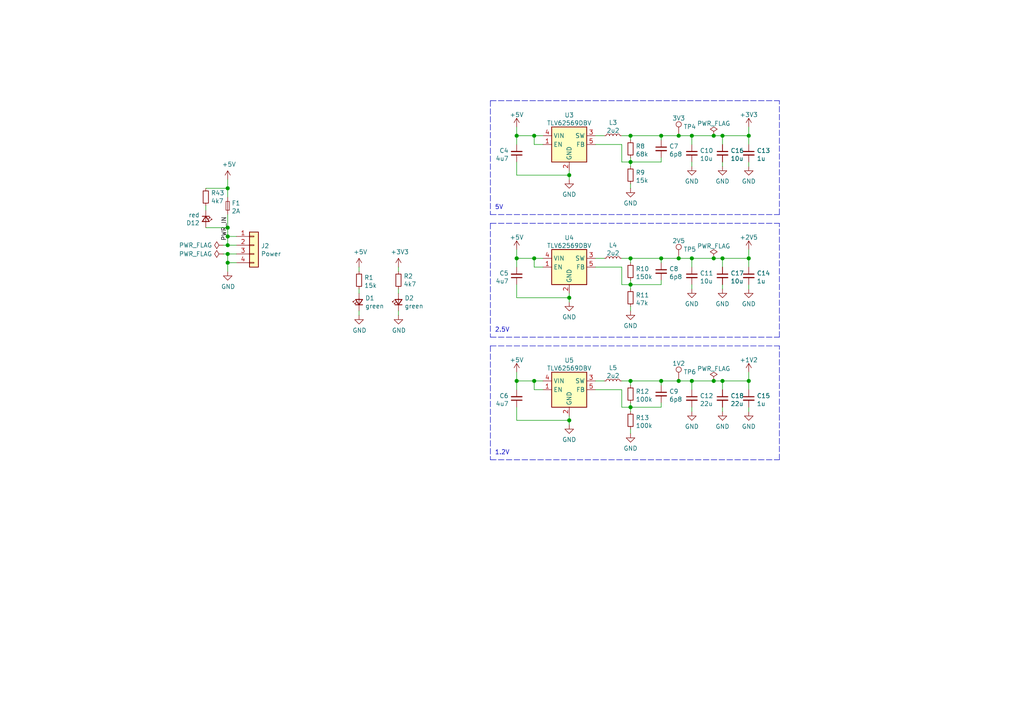
<source format=kicad_sch>
(kicad_sch (version 20210406) (generator eeschema)
  (paper "A4")
  (lib_symbols
    (symbol "Connector:TestPoint" (pin_numbers hide) (pin_names (offset 0.762) hide)
      (property "Reference" "TP" (at 0 6.858 0))
      (property "Value" "TestPoint" (at 0 5.08 0))
      (symbol "TestPoint_0_1"
        (circle (center 0 3.302) (radius 0.762))
      )
      (symbol "TestPoint_1_1"
        (pin passive line (at 0 0 90) (length 2.54) (name "1") (number "1"))
      )
    )
    (symbol "Device:C_Small" (pin_numbers hide) (pin_names (offset 0.254) hide)
      (property "Reference" "C" (at 0.254 1.778 0))
      (property "Value" "C_Small" (at 0.254 -2.032 0))
      (symbol "C_Small_0_1"
        (polyline (pts (xy -1.524 -0.508) (xy 1.524 -0.508)) (stroke (width 0.3302)))
        (polyline (pts (xy -1.524 0.508) (xy 1.524 0.508)) (stroke (width 0.3048)))
      )
      (symbol "C_Small_1_1"
        (pin passive line (at 0 2.54 270) (length 2.032) (name "~") (number "1"))
        (pin passive line (at 0 -2.54 90) (length 2.032) (name "~") (number "2"))
      )
    )
    (symbol "Device:Fuse_Small" (pin_numbers hide) (pin_names (offset 0.254) hide)
      (property "Reference" "F" (at 0 -1.524 0))
      (property "Value" "Fuse_Small" (at 0 1.524 0))
      (symbol "Fuse_Small_0_1"
        (rectangle (start -1.27 0.508) (end 1.27 -0.508))
        (polyline (pts (xy -1.27 0) (xy 1.27 0)))
      )
      (symbol "Fuse_Small_1_1"
        (pin passive line (at -2.54 0 0) (length 1.27) (name "~") (number "1"))
        (pin passive line (at 2.54 0 180) (length 1.27) (name "~") (number "2"))
      )
    )
    (symbol "Device:L_Small" (pin_numbers hide) (pin_names (offset 0.254) hide)
      (property "Reference" "L" (at 0.762 1.016 0))
      (property "Value" "L_Small" (at 0.762 -1.016 0))
      (symbol "L_Small_0_1"
        (arc (start 0 -2.032) (end 0 -1.016) (radius (at 0 -1.524) (length 0.508) (angles -89.9 89.9)))
        (arc (start 0 -1.016) (end 0 0) (radius (at 0 -0.508) (length 0.508) (angles -89.9 89.9)))
        (arc (start 0 0) (end 0 1.016) (radius (at 0 0.508) (length 0.508) (angles -89.9 89.9)))
        (arc (start 0 1.016) (end 0 2.032) (radius (at 0 1.524) (length 0.508) (angles -89.9 89.9)))
      )
      (symbol "L_Small_1_1"
        (pin passive line (at 0 2.54 270) (length 0.508) (name "~") (number "1"))
        (pin passive line (at 0 -2.54 90) (length 0.508) (name "~") (number "2"))
      )
    )
    (symbol "Device:R_Small" (pin_numbers hide) (pin_names (offset 0.254) hide)
      (property "Reference" "R" (at 0.762 0.508 0))
      (property "Value" "R_Small" (at 0.762 -1.016 0))
      (symbol "R_Small_0_1"
        (rectangle (start -0.762 1.778) (end 0.762 -1.778) (stroke (width 0.2032)))
      )
      (symbol "R_Small_1_1"
        (pin passive line (at 0 2.54 270) (length 0.762) (name "~") (number "1"))
        (pin passive line (at 0 -2.54 90) (length 0.762) (name "~") (number "2"))
      )
    )
    (symbol "Mainboard-rescue:+3V3-power" (power) (pin_names (offset 0))
      (property "Value" "+3V3-power" (at 0 3.556 0))
      (symbol "+3V3-power_0_1"
        (polyline (pts (xy -0.762 1.27) (xy 0 2.54)))
        (polyline (pts (xy 0 0) (xy 0 2.54)))
        (polyline (pts (xy 0 2.54) (xy 0.762 1.27)))
      )
      (symbol "+3V3-power_1_1"
        (pin power_in line (at 0 0 90) (length 0) hide (name "+3V3") (number "1"))
      )
    )
    (symbol "Mainboard-rescue:+5V-power" (power) (pin_names (offset 0))
      (property "Value" "+5V-power" (at 0 3.556 0))
      (symbol "+5V-power_0_1"
        (polyline (pts (xy -0.762 1.27) (xy 0 2.54)))
        (polyline (pts (xy 0 0) (xy 0 2.54)))
        (polyline (pts (xy 0 2.54) (xy 0.762 1.27)))
      )
      (symbol "+5V-power_1_1"
        (pin power_in line (at 0 0 90) (length 0) hide (name "+5V") (number "1"))
      )
    )
    (symbol "Mainboard-rescue:Conn_01x04-Connector_Generic" (pin_names (offset 1.016) hide)
      (property "Reference" "J" (at 0 5.08 0))
      (property "Value" "Conn_01x04-Connector_Generic" (at 0 -7.62 0))
      (symbol "Conn_01x04-Connector_Generic_1_1"
        (rectangle (start -1.27 -4.953) (end 0 -5.207) (stroke (width 0.1524)))
        (rectangle (start -1.27 -2.413) (end 0 -2.667) (stroke (width 0.1524)))
        (rectangle (start -1.27 0.127) (end 0 -0.127) (stroke (width 0.1524)))
        (rectangle (start -1.27 2.667) (end 0 2.413) (stroke (width 0.1524)))
        (rectangle (start -1.27 3.81) (end 1.27 -6.35) (stroke (width 0.254)) (fill (type background)))
        (pin passive line (at -5.08 2.54 0) (length 3.81) (name "Pin_1") (number "1"))
        (pin passive line (at -5.08 0 0) (length 3.81) (name "Pin_2") (number "2"))
        (pin passive line (at -5.08 -2.54 0) (length 3.81) (name "Pin_3") (number "3"))
        (pin passive line (at -5.08 -5.08 0) (length 3.81) (name "Pin_4") (number "4"))
      )
    )
    (symbol "Mainboard-rescue:GND-power" (power) (pin_names (offset 0))
      (property "Value" "GND-power" (at 0 -3.81 0))
      (symbol "GND-power_0_1"
        (polyline (pts (xy 0 0) (xy 0 -1.27) (xy 1.27 -1.27) (xy 0 -2.54) (xy -1.27 -1.27) (xy 0 -1.27)))
      )
      (symbol "GND-power_1_1"
        (pin power_in line (at 0 0 270) (length 0) hide (name "GND") (number "1"))
      )
    )
    (symbol "Mainboard-rescue:LED_Small-Device" (pin_numbers hide) (pin_names (offset 0.254) hide)
      (property "Reference" "D" (at -1.27 3.175 0))
      (property "Value" "LED_Small-Device" (at -4.445 -2.54 0))
      (symbol "LED_Small-Device_0_1"
        (polyline (pts (xy -0.762 -1.016) (xy -0.762 1.016)) (stroke (width 0.254)))
        (polyline (pts (xy 1.016 0) (xy -0.762 0)))
        (polyline (pts (xy 0.762 -1.016) (xy -0.762 0) (xy 0.762 1.016) (xy 0.762 -1.016)) (stroke (width 0.254)))
        (polyline (pts (xy 0 0.762) (xy -0.508 1.27) (xy -0.254 1.27) (xy -0.508 1.27) (xy -0.508 1.016)))
        (polyline (pts (xy 0.508 1.27) (xy 0 1.778) (xy 0.254 1.778) (xy 0 1.778) (xy 0 1.524)))
      )
      (symbol "LED_Small-Device_1_1"
        (pin passive line (at -2.54 0 0) (length 1.778) (name "K") (number "1"))
        (pin passive line (at 2.54 0 180) (length 1.778) (name "A") (number "2"))
      )
    )
    (symbol "Mainboard-rescue:PWR_FLAG-power" (power) (pin_numbers hide) (pin_names (offset 0) hide)
      (property "Value" "PWR_FLAG-power" (at 0 3.81 0))
      (symbol "PWR_FLAG-power_0_0"
        (pin power_out line (at 0 0 90) (length 0) (name "pwr") (number "1"))
      )
      (symbol "PWR_FLAG-power_0_1"
        (polyline (pts (xy 0 0) (xy 0 1.27) (xy -1.016 1.905) (xy 0 2.54) (xy 1.016 1.905) (xy 0 1.27)))
      )
    )
    (symbol "Mainboard-rescue:R_Small-Device" (pin_numbers hide) (pin_names (offset 0.254) hide)
      (property "Reference" "R" (at 0.762 0.508 0))
      (property "Value" "R_Small-Device" (at 0.762 -1.016 0))
      (symbol "R_Small-Device_0_1"
        (rectangle (start -0.762 1.778) (end 0.762 -1.778) (stroke (width 0.2032)))
      )
      (symbol "R_Small-Device_1_1"
        (pin passive line (at 0 2.54 270) (length 0.762) (name "~") (number "1"))
        (pin passive line (at 0 -2.54 90) (length 0.762) (name "~") (number "2"))
      )
    )
    (symbol "Regulator_Switching:TLV62569DBV"
      (property "Reference" "U" (at -5.08 6.35 0))
      (property "Value" "TLV62569DBV" (at 0 6.35 0))
      (symbol "TLV62569DBV_0_1"
        (rectangle (start -5.08 5.08) (end 5.08 -5.08) (stroke (width 0.254)) (fill (type background)))
      )
      (symbol "TLV62569DBV_1_1"
        (pin input line (at -7.62 0 0) (length 2.54) (name "EN") (number "1"))
        (pin power_in line (at 0 -7.62 90) (length 2.54) (name "GND") (number "2"))
        (pin power_out line (at 7.62 2.54 180) (length 2.54) (name "SW") (number "3"))
        (pin power_in line (at -7.62 2.54 0) (length 2.54) (name "VIN") (number "4"))
        (pin input line (at 7.62 0 180) (length 2.54) (name "FB") (number "5"))
      )
    )
    (symbol "power:+1V2" (power) (pin_names (offset 0))
      (property "Value" "+1V2" (at 0 3.556 0))
      (symbol "+1V2_0_1"
        (polyline (pts (xy -0.762 1.27) (xy 0 2.54)))
        (polyline (pts (xy 0 0) (xy 0 2.54)))
        (polyline (pts (xy 0 2.54) (xy 0.762 1.27)))
      )
      (symbol "+1V2_1_1"
        (pin power_in line (at 0 0 90) (length 0) hide (name "+1V2") (number "1"))
      )
    )
    (symbol "power:+2V5" (power) (pin_names (offset 0))
      (property "Value" "+2V5" (at 0 3.556 0))
      (symbol "+2V5_0_1"
        (polyline (pts (xy -0.762 1.27) (xy 0 2.54)))
        (polyline (pts (xy 0 0) (xy 0 2.54)))
        (polyline (pts (xy 0 2.54) (xy 0.762 1.27)))
      )
      (symbol "+2V5_1_1"
        (pin power_in line (at 0 0 90) (length 0) hide (name "+2V5") (number "1"))
      )
    )
    (symbol "power:+3V3" (power) (pin_names (offset 0))
      (property "Value" "+3V3" (at 0 3.556 0))
      (symbol "+3V3_0_1"
        (polyline (pts (xy -0.762 1.27) (xy 0 2.54)))
        (polyline (pts (xy 0 0) (xy 0 2.54)))
        (polyline (pts (xy 0 2.54) (xy 0.762 1.27)))
      )
      (symbol "+3V3_1_1"
        (pin power_in line (at 0 0 90) (length 0) hide (name "+3V3") (number "1"))
      )
    )
    (symbol "power:+5V" (power) (pin_names (offset 0))
      (property "Value" "+5V" (at 0 3.556 0))
      (symbol "+5V_0_1"
        (polyline (pts (xy -0.762 1.27) (xy 0 2.54)))
        (polyline (pts (xy 0 0) (xy 0 2.54)))
        (polyline (pts (xy 0 2.54) (xy 0.762 1.27)))
      )
      (symbol "+5V_1_1"
        (pin power_in line (at 0 0 90) (length 0) hide (name "+5V") (number "1"))
      )
    )
    (symbol "power:GND" (power) (pin_names (offset 0))
      (property "Value" "GND" (at 0 -3.81 0))
      (symbol "GND_0_1"
        (polyline (pts (xy 0 0) (xy 0 -1.27) (xy 1.27 -1.27) (xy 0 -2.54) (xy -1.27 -1.27) (xy 0 -1.27)))
      )
      (symbol "GND_1_1"
        (pin power_in line (at 0 0 270) (length 0) hide (name "GND") (number "1"))
      )
    )
    (symbol "power:PWR_FLAG" (power) (pin_numbers hide) (pin_names (offset 0) hide)
      (property "Value" "PWR_FLAG" (at 0 3.81 0))
      (symbol "PWR_FLAG_0_0"
        (pin power_out line (at 0 0 90) (length 0) (name "pwr") (number "1"))
      )
      (symbol "PWR_FLAG_0_1"
        (polyline (pts (xy 0 0) (xy 0 1.27) (xy -1.016 1.905) (xy 0 2.54) (xy 1.016 1.905) (xy 0 1.27)))
      )
    )
  )
  (junction (at 66.04 54.61) (diameter 1.016))
  (junction (at 66.04 66.04) (diameter 1.016))
  (junction (at 66.04 68.58) (diameter 1.016))
  (junction (at 66.04 71.12) (diameter 1.016))
  (junction (at 66.04 73.66) (diameter 1.016))
  (junction (at 66.04 76.2) (diameter 1.016))
  (junction (at 149.86 39.37) (diameter 1.016))
  (junction (at 149.86 74.93) (diameter 1.016))
  (junction (at 149.86 110.49) (diameter 1.016))
  (junction (at 154.94 39.37) (diameter 1.016))
  (junction (at 154.94 74.93) (diameter 1.016))
  (junction (at 154.94 110.49) (diameter 1.016))
  (junction (at 165.1 50.8) (diameter 1.016))
  (junction (at 165.1 86.36) (diameter 1.016))
  (junction (at 165.1 121.92) (diameter 1.016))
  (junction (at 182.88 39.37) (diameter 1.016))
  (junction (at 182.88 46.99) (diameter 1.016))
  (junction (at 182.88 74.93) (diameter 1.016))
  (junction (at 182.88 82.55) (diameter 1.016))
  (junction (at 182.88 110.49) (diameter 1.016))
  (junction (at 182.88 118.11) (diameter 1.016))
  (junction (at 191.77 39.37) (diameter 1.016))
  (junction (at 191.77 74.93) (diameter 1.016))
  (junction (at 191.77 110.49) (diameter 1.016))
  (junction (at 196.85 39.37) (diameter 1.016))
  (junction (at 196.85 74.93) (diameter 1.016))
  (junction (at 196.85 110.49) (diameter 1.016))
  (junction (at 200.66 39.37) (diameter 1.016))
  (junction (at 200.66 74.93) (diameter 1.016))
  (junction (at 200.66 110.49) (diameter 1.016))
  (junction (at 207.01 39.37) (diameter 1.016))
  (junction (at 207.01 74.93) (diameter 1.016))
  (junction (at 207.01 110.49) (diameter 1.016))
  (junction (at 209.55 39.37) (diameter 1.016))
  (junction (at 209.55 74.93) (diameter 1.016))
  (junction (at 209.55 110.49) (diameter 1.016))
  (junction (at 217.17 39.37) (diameter 1.016))
  (junction (at 217.17 74.93) (diameter 1.016))
  (junction (at 217.17 110.49) (diameter 1.016))
  (wire (pts (xy 59.69 54.61) (xy 66.04 54.61)))
  (wire (pts (xy 59.69 59.69) (xy 59.69 60.96)))
  (wire (pts (xy 59.69 66.04) (xy 66.04 66.04)))
  (wire (pts (xy 64.77 71.12) (xy 66.04 71.12)))
  (wire (pts (xy 64.77 73.66) (xy 66.04 73.66)))
  (wire (pts (xy 66.04 52.07) (xy 66.04 54.61)))
  (wire (pts (xy 66.04 54.61) (xy 66.04 57.15)))
  (wire (pts (xy 66.04 66.04) (xy 66.04 62.23)))
  (wire (pts (xy 66.04 68.58) (xy 66.04 66.04)))
  (wire (pts (xy 66.04 71.12) (xy 66.04 68.58)))
  (wire (pts (xy 66.04 73.66) (xy 68.58 73.66)))
  (wire (pts (xy 66.04 76.2) (xy 66.04 73.66)))
  (wire (pts (xy 66.04 76.2) (xy 66.04 78.74)))
  (wire (pts (xy 68.58 68.58) (xy 66.04 68.58)))
  (wire (pts (xy 68.58 71.12) (xy 66.04 71.12)))
  (wire (pts (xy 68.58 76.2) (xy 66.04 76.2)))
  (wire (pts (xy 104.14 77.47) (xy 104.14 78.74)))
  (wire (pts (xy 104.14 85.09) (xy 104.14 83.82)))
  (wire (pts (xy 104.14 90.17) (xy 104.14 91.44)))
  (wire (pts (xy 115.57 77.47) (xy 115.57 78.74)))
  (wire (pts (xy 115.57 85.09) (xy 115.57 83.82)))
  (wire (pts (xy 115.57 90.17) (xy 115.57 91.44)))
  (wire (pts (xy 149.86 36.83) (xy 149.86 39.37)))
  (wire (pts (xy 149.86 39.37) (xy 149.86 41.91)))
  (wire (pts (xy 149.86 39.37) (xy 154.94 39.37)))
  (wire (pts (xy 149.86 46.99) (xy 149.86 50.8)))
  (wire (pts (xy 149.86 50.8) (xy 165.1 50.8)))
  (wire (pts (xy 149.86 72.39) (xy 149.86 74.93)))
  (wire (pts (xy 149.86 74.93) (xy 149.86 77.47)))
  (wire (pts (xy 149.86 74.93) (xy 154.94 74.93)))
  (wire (pts (xy 149.86 82.55) (xy 149.86 86.36)))
  (wire (pts (xy 149.86 86.36) (xy 165.1 86.36)))
  (wire (pts (xy 149.86 107.95) (xy 149.86 110.49)))
  (wire (pts (xy 149.86 110.49) (xy 149.86 113.03)))
  (wire (pts (xy 149.86 110.49) (xy 154.94 110.49)))
  (wire (pts (xy 149.86 118.11) (xy 149.86 121.92)))
  (wire (pts (xy 149.86 121.92) (xy 165.1 121.92)))
  (wire (pts (xy 154.94 39.37) (xy 154.94 41.91)))
  (wire (pts (xy 154.94 41.91) (xy 157.48 41.91)))
  (wire (pts (xy 154.94 74.93) (xy 154.94 77.47)))
  (wire (pts (xy 154.94 77.47) (xy 157.48 77.47)))
  (wire (pts (xy 154.94 110.49) (xy 154.94 113.03)))
  (wire (pts (xy 154.94 113.03) (xy 157.48 113.03)))
  (wire (pts (xy 157.48 39.37) (xy 154.94 39.37)))
  (wire (pts (xy 157.48 74.93) (xy 154.94 74.93)))
  (wire (pts (xy 157.48 110.49) (xy 154.94 110.49)))
  (wire (pts (xy 165.1 49.53) (xy 165.1 50.8)))
  (wire (pts (xy 165.1 50.8) (xy 165.1 52.07)))
  (wire (pts (xy 165.1 85.09) (xy 165.1 86.36)))
  (wire (pts (xy 165.1 86.36) (xy 165.1 87.63)))
  (wire (pts (xy 165.1 120.65) (xy 165.1 121.92)))
  (wire (pts (xy 165.1 121.92) (xy 165.1 123.19)))
  (wire (pts (xy 172.72 39.37) (xy 175.26 39.37)))
  (wire (pts (xy 172.72 41.91) (xy 180.34 41.91)))
  (wire (pts (xy 172.72 74.93) (xy 175.26 74.93)))
  (wire (pts (xy 172.72 77.47) (xy 180.34 77.47)))
  (wire (pts (xy 172.72 110.49) (xy 175.26 110.49)))
  (wire (pts (xy 172.72 113.03) (xy 180.34 113.03)))
  (wire (pts (xy 180.34 39.37) (xy 182.88 39.37)))
  (wire (pts (xy 180.34 41.91) (xy 180.34 46.99)))
  (wire (pts (xy 180.34 46.99) (xy 182.88 46.99)))
  (wire (pts (xy 180.34 74.93) (xy 182.88 74.93)))
  (wire (pts (xy 180.34 77.47) (xy 180.34 82.55)))
  (wire (pts (xy 180.34 82.55) (xy 182.88 82.55)))
  (wire (pts (xy 180.34 110.49) (xy 182.88 110.49)))
  (wire (pts (xy 180.34 113.03) (xy 180.34 118.11)))
  (wire (pts (xy 180.34 118.11) (xy 182.88 118.11)))
  (wire (pts (xy 182.88 39.37) (xy 182.88 40.64)))
  (wire (pts (xy 182.88 39.37) (xy 191.77 39.37)))
  (wire (pts (xy 182.88 46.99) (xy 182.88 45.72)))
  (wire (pts (xy 182.88 46.99) (xy 182.88 48.26)))
  (wire (pts (xy 182.88 46.99) (xy 191.77 46.99)))
  (wire (pts (xy 182.88 53.34) (xy 182.88 54.61)))
  (wire (pts (xy 182.88 74.93) (xy 182.88 76.2)))
  (wire (pts (xy 182.88 74.93) (xy 191.77 74.93)))
  (wire (pts (xy 182.88 82.55) (xy 182.88 81.28)))
  (wire (pts (xy 182.88 82.55) (xy 182.88 83.82)))
  (wire (pts (xy 182.88 82.55) (xy 191.77 82.55)))
  (wire (pts (xy 182.88 88.9) (xy 182.88 90.17)))
  (wire (pts (xy 182.88 110.49) (xy 182.88 111.76)))
  (wire (pts (xy 182.88 110.49) (xy 191.77 110.49)))
  (wire (pts (xy 182.88 118.11) (xy 182.88 116.84)))
  (wire (pts (xy 182.88 118.11) (xy 182.88 119.38)))
  (wire (pts (xy 182.88 118.11) (xy 191.77 118.11)))
  (wire (pts (xy 182.88 124.46) (xy 182.88 125.73)))
  (wire (pts (xy 191.77 39.37) (xy 191.77 40.64)))
  (wire (pts (xy 191.77 39.37) (xy 196.85 39.37)))
  (wire (pts (xy 191.77 46.99) (xy 191.77 45.72)))
  (wire (pts (xy 191.77 74.93) (xy 191.77 76.2)))
  (wire (pts (xy 191.77 74.93) (xy 196.85 74.93)))
  (wire (pts (xy 191.77 82.55) (xy 191.77 81.28)))
  (wire (pts (xy 191.77 110.49) (xy 191.77 111.76)))
  (wire (pts (xy 191.77 110.49) (xy 196.85 110.49)))
  (wire (pts (xy 191.77 118.11) (xy 191.77 116.84)))
  (wire (pts (xy 196.85 39.37) (xy 200.66 39.37)))
  (wire (pts (xy 196.85 74.93) (xy 200.66 74.93)))
  (wire (pts (xy 196.85 110.49) (xy 200.66 110.49)))
  (wire (pts (xy 200.66 39.37) (xy 200.66 41.91)))
  (wire (pts (xy 200.66 39.37) (xy 207.01 39.37)))
  (wire (pts (xy 200.66 46.99) (xy 200.66 48.26)))
  (wire (pts (xy 200.66 74.93) (xy 200.66 77.47)))
  (wire (pts (xy 200.66 74.93) (xy 207.01 74.93)))
  (wire (pts (xy 200.66 82.55) (xy 200.66 83.82)))
  (wire (pts (xy 200.66 110.49) (xy 200.66 113.03)))
  (wire (pts (xy 200.66 110.49) (xy 207.01 110.49)))
  (wire (pts (xy 200.66 118.11) (xy 200.66 119.38)))
  (wire (pts (xy 207.01 39.37) (xy 209.55 39.37)))
  (wire (pts (xy 207.01 74.93) (xy 209.55 74.93)))
  (wire (pts (xy 207.01 110.49) (xy 209.55 110.49)))
  (wire (pts (xy 209.55 39.37) (xy 209.55 41.91)))
  (wire (pts (xy 209.55 39.37) (xy 217.17 39.37)))
  (wire (pts (xy 209.55 46.99) (xy 209.55 48.26)))
  (wire (pts (xy 209.55 74.93) (xy 209.55 77.47)))
  (wire (pts (xy 209.55 74.93) (xy 217.17 74.93)))
  (wire (pts (xy 209.55 82.55) (xy 209.55 83.82)))
  (wire (pts (xy 209.55 110.49) (xy 209.55 113.03)))
  (wire (pts (xy 209.55 110.49) (xy 217.17 110.49)))
  (wire (pts (xy 209.55 118.11) (xy 209.55 119.38)))
  (wire (pts (xy 217.17 36.83) (xy 217.17 39.37)))
  (wire (pts (xy 217.17 41.91) (xy 217.17 39.37)))
  (wire (pts (xy 217.17 46.99) (xy 217.17 48.26)))
  (wire (pts (xy 217.17 72.39) (xy 217.17 74.93)))
  (wire (pts (xy 217.17 77.47) (xy 217.17 74.93)))
  (wire (pts (xy 217.17 82.55) (xy 217.17 83.82)))
  (wire (pts (xy 217.17 107.95) (xy 217.17 110.49)))
  (wire (pts (xy 217.17 113.03) (xy 217.17 110.49)))
  (wire (pts (xy 217.17 118.11) (xy 217.17 119.38)))
  (polyline (pts (xy 142.24 29.21) (xy 142.24 62.23)) (stroke (width 0) (type dash)))
  (polyline (pts (xy 142.24 29.21) (xy 226.06 29.21)) (stroke (width 0) (type dash)))
  (polyline (pts (xy 142.24 62.23) (xy 226.06 62.23)) (stroke (width 0) (type dash)))
  (polyline (pts (xy 142.24 64.77) (xy 142.24 97.79)) (stroke (width 0) (type dash)))
  (polyline (pts (xy 142.24 64.77) (xy 226.06 64.77)) (stroke (width 0) (type dash)))
  (polyline (pts (xy 142.24 97.79) (xy 226.06 97.79)) (stroke (width 0) (type dash)))
  (polyline (pts (xy 142.24 100.33) (xy 142.24 133.35)) (stroke (width 0) (type dash)))
  (polyline (pts (xy 142.24 100.33) (xy 226.06 100.33)) (stroke (width 0) (type dash)))
  (polyline (pts (xy 142.24 133.35) (xy 226.06 133.35)) (stroke (width 0) (type dash)))
  (polyline (pts (xy 226.06 62.23) (xy 226.06 29.21)) (stroke (width 0) (type dash)))
  (polyline (pts (xy 226.06 97.79) (xy 226.06 64.77)) (stroke (width 0) (type dash)))
  (polyline (pts (xy 226.06 133.35) (xy 226.06 100.33)) (stroke (width 0) (type dash)))
  (text "5V" (at 143.51 60.96 0) (effects (font (size 1.27 1.27)) (justify left bottom)))
  (text "2.5V" (at 143.51 96.52 0) (effects (font (size 1.27 1.27)) (justify left bottom)))
  (text "1.2V" (at 143.51 132.08 0) (effects (font (size 1.27 1.27)) (justify left bottom)))
  (label "PWR_IN" (at 66.04 69.85 90))
  (symbol (lib_id "Mainboard-rescue:+5V-power") (at 66.04 52.07 0) (unit 1)
    (property "Reference" "#PWR0123" (effects hide))
    (property "Value" "+5V" (at 66.421 47.6758 0))
  )
  (symbol (lib_id "Mainboard-rescue:+5V-power") (at 104.14 77.47 0) (unit 1)
    (property "Reference" "#PWR0181" (effects hide))
    (property "Value" "+5V" (at 104.521 73.0758 0))
  )
  (symbol (lib_id "Mainboard-rescue:+3V3-power") (at 115.57 77.47 0) (unit 1)
    (property "Reference" "#PWR0179" (effects hide))
    (property "Value" "+3V3" (at 115.951 73.0758 0))
  )
  (symbol (lib_id "power:+5V") (at 149.86 36.83 0) (unit 1)
    (property "Reference" "#PWR0207" (effects hide))
    (property "Value" "+5V" (at 149.86 33.2826 0))
  )
  (symbol (lib_id "power:+5V") (at 149.86 72.39 0) (unit 1)
    (property "Reference" "#PWR0220" (effects hide))
    (property "Value" "+5V" (at 149.86 68.8426 0))
  )
  (symbol (lib_id "power:+5V") (at 149.86 107.95 0) (unit 1)
    (property "Reference" "#PWR0216" (effects hide))
    (property "Value" "+5V" (at 149.86 104.4026 0))
  )
  (symbol (lib_id "power:+3V3") (at 217.17 36.83 0) (unit 1)
    (property "Reference" "#PWR0210" (effects hide))
    (property "Value" "+3V3" (at 217.17 33.2826 0))
  )
  (symbol (lib_id "power:+2V5") (at 217.17 72.39 0) (unit 1)
    (property "Reference" "#PWR0214" (effects hide))
    (property "Value" "+2V5" (at 217.17 68.8426 0))
  )
  (symbol (lib_id "power:+1V2") (at 217.17 107.95 0) (unit 1)
    (property "Reference" "#PWR0219" (effects hide))
    (property "Value" "+1V2" (at 217.17 104.4026 0))
  )
  (symbol (lib_id "Device:L_Small") (at 177.8 39.37 90) (unit 1)
    (property "Reference" "L3" (at 177.8 35.5558 90))
    (property "Value" "2u2" (at 177.8 37.8545 90))
    (property "Footprint" "Inductor_SMD:L_0805_2012Metric" (effects hide))
    (property "LCSC" "C216156" (effects hide))
  )
  (symbol (lib_id "Device:L_Small") (at 177.8 74.93 90) (unit 1)
    (property "Reference" "L4" (at 177.8 71.1158 90))
    (property "Value" "2u2" (at 177.8 73.4145 90))
    (property "Footprint" "Inductor_SMD:L_0805_2012Metric" (effects hide))
    (property "LCSC" "C216156" (effects hide))
  )
  (symbol (lib_id "Device:L_Small") (at 177.8 110.49 90) (unit 1)
    (property "Reference" "L5" (at 177.8 106.6758 90))
    (property "Value" "2u2" (at 177.8 108.9745 90))
    (property "Footprint" "Inductor_SMD:L_0805_2012Metric" (effects hide))
    (property "LCSC" "C216156" (effects hide))
  )
  (symbol (lib_id "Mainboard-rescue:PWR_FLAG-power") (at 64.77 71.12 90) (unit 1)
    (property "Reference" "#FLG0103" (effects hide))
    (property "Value" "PWR_FLAG" (at 61.5442 71.12 90) (effects (justify left)))
  )
  (symbol (lib_id "Mainboard-rescue:PWR_FLAG-power") (at 64.77 73.66 90) (unit 1)
    (property "Reference" "#FLG0104" (effects hide))
    (property "Value" "PWR_FLAG" (at 61.5442 73.66 90) (effects (justify left)))
  )
  (symbol (lib_id "power:PWR_FLAG") (at 207.01 39.37 0) (unit 1)
    (property "Reference" "#FLG0106" (effects hide))
    (property "Value" "PWR_FLAG" (at 207.01 35.8226 0))
  )
  (symbol (lib_id "power:PWR_FLAG") (at 207.01 74.93 0) (unit 1)
    (property "Reference" "#FLG0108" (effects hide))
    (property "Value" "PWR_FLAG" (at 207.01 71.3826 0))
  )
  (symbol (lib_id "power:PWR_FLAG") (at 207.01 110.49 0) (unit 1)
    (property "Reference" "#FLG0107" (effects hide))
    (property "Value" "PWR_FLAG" (at 207.01 106.9426 0))
  )
  (symbol (lib_id "Device:Fuse_Small") (at 66.04 59.69 90) (unit 1)
    (property "Reference" "F1" (at 67.1831 58.9291 90) (effects (justify right)))
    (property "Value" "2A" (at 67.1831 61.2278 90) (effects (justify right)))
    (property "Footprint" "Fuse:Fuse_0603_1608Metric_Pad1.05x0.95mm_HandSolder" (effects hide))
    (property "LCSC" "C187605" (effects hide))
  )
  (symbol (lib_id "Connector:TestPoint") (at 196.85 39.37 0) (unit 1)
    (property "Reference" "TP4" (at 198.2471 36.7676 0) (effects (justify left)))
    (property "Value" "3V3" (at 196.85 34.29 0))
    (property "Footprint" "TestPoint:TestPoint_Pad_D1.5mm" (effects hide))
  )
  (symbol (lib_id "Connector:TestPoint") (at 196.85 74.93 0) (unit 1)
    (property "Reference" "TP5" (at 198.2471 72.3276 0) (effects (justify left)))
    (property "Value" "2V5" (at 196.85 69.85 0))
    (property "Footprint" "TestPoint:TestPoint_Pad_D1.5mm" (effects hide))
  )
  (symbol (lib_id "Connector:TestPoint") (at 196.85 110.49 0) (unit 1)
    (property "Reference" "TP6" (at 198.2471 107.8876 0) (effects (justify left)))
    (property "Value" "1V2" (at 196.85 105.41 0))
    (property "Footprint" "TestPoint:TestPoint_Pad_D1.5mm" (effects hide))
  )
  (symbol (lib_id "Mainboard-rescue:GND-power") (at 66.04 78.74 0) (unit 1)
    (property "Reference" "#PWR0122" (effects hide))
    (property "Value" "GND" (at 66.167 83.1342 0))
  )
  (symbol (lib_id "Mainboard-rescue:GND-power") (at 104.14 91.44 0) (unit 1)
    (property "Reference" "#PWR0191" (effects hide))
    (property "Value" "GND" (at 104.267 95.8342 0))
  )
  (symbol (lib_id "Mainboard-rescue:GND-power") (at 115.57 91.44 0) (unit 1)
    (property "Reference" "#PWR0182" (effects hide))
    (property "Value" "GND" (at 115.697 95.8342 0))
  )
  (symbol (lib_id "power:GND") (at 165.1 52.07 0) (unit 1)
    (property "Reference" "#PWR0208" (effects hide))
    (property "Value" "GND" (at 165.1 56.3944 0))
  )
  (symbol (lib_id "power:GND") (at 165.1 87.63 0) (unit 1)
    (property "Reference" "#PWR0212" (effects hide))
    (property "Value" "GND" (at 165.1 91.9544 0))
  )
  (symbol (lib_id "power:GND") (at 165.1 123.19 0) (unit 1)
    (property "Reference" "#PWR0217" (effects hide))
    (property "Value" "GND" (at 165.1 127.5144 0))
  )
  (symbol (lib_id "power:GND") (at 182.88 54.61 0) (unit 1)
    (property "Reference" "#PWR0209" (effects hide))
    (property "Value" "GND" (at 182.88 58.9344 0))
  )
  (symbol (lib_id "power:GND") (at 182.88 90.17 0) (unit 1)
    (property "Reference" "#PWR0213" (effects hide))
    (property "Value" "GND" (at 182.88 94.4944 0))
  )
  (symbol (lib_id "power:GND") (at 182.88 125.73 0) (unit 1)
    (property "Reference" "#PWR0218" (effects hide))
    (property "Value" "GND" (at 182.88 130.0544 0))
  )
  (symbol (lib_id "power:GND") (at 200.66 48.26 0) (unit 1)
    (property "Reference" "#PWR0211" (effects hide))
    (property "Value" "GND" (at 200.66 52.5844 0))
  )
  (symbol (lib_id "power:GND") (at 200.66 83.82 0) (unit 1)
    (property "Reference" "#PWR0224" (effects hide))
    (property "Value" "GND" (at 200.66 88.1444 0))
  )
  (symbol (lib_id "power:GND") (at 200.66 119.38 0) (unit 1)
    (property "Reference" "#PWR0222" (effects hide))
    (property "Value" "GND" (at 200.66 123.7044 0))
  )
  (symbol (lib_id "power:GND") (at 209.55 48.26 0) (unit 1)
    (property "Reference" "#PWR0110" (effects hide))
    (property "Value" "GND" (at 209.55 52.5844 0))
  )
  (symbol (lib_id "power:GND") (at 209.55 83.82 0) (unit 1)
    (property "Reference" "#PWR0150" (effects hide))
    (property "Value" "GND" (at 209.55 88.1444 0))
  )
  (symbol (lib_id "power:GND") (at 209.55 119.38 0) (unit 1)
    (property "Reference" "#PWR0111" (effects hide))
    (property "Value" "GND" (at 209.55 123.7044 0))
  )
  (symbol (lib_id "power:GND") (at 217.17 48.26 0) (unit 1)
    (property "Reference" "#PWR0215" (effects hide))
    (property "Value" "GND" (at 217.17 52.5844 0))
  )
  (symbol (lib_id "power:GND") (at 217.17 83.82 0) (unit 1)
    (property "Reference" "#PWR0223" (effects hide))
    (property "Value" "GND" (at 217.17 88.1444 0))
  )
  (symbol (lib_id "power:GND") (at 217.17 119.38 0) (unit 1)
    (property "Reference" "#PWR0221" (effects hide))
    (property "Value" "GND" (at 217.17 123.7044 0))
  )
  (symbol (lib_id "Mainboard-rescue:R_Small-Device") (at 59.69 57.15 0) (unit 1)
    (property "Reference" "R43" (at 61.1886 55.9816 0) (effects (justify left)))
    (property "Value" "4k7" (at 61.1886 58.293 0) (effects (justify left)))
    (property "Footprint" "Resistor_SMD:R_0402_1005Metric" (effects hide))
    (property "LCSC" "C25900" (effects hide))
  )
  (symbol (lib_id "Device:R_Small") (at 104.14 81.28 0) (unit 1)
    (property "Reference" "R1" (at 105.6387 80.5191 0) (effects (justify left)))
    (property "Value" "15k" (at 105.6387 82.8178 0) (effects (justify left)))
    (property "Footprint" "Resistor_SMD:R_0402_1005Metric" (effects hide))
    (property "LCSC" "C25756" (effects hide))
  )
  (symbol (lib_id "Mainboard-rescue:R_Small-Device") (at 115.57 81.28 0) (unit 1)
    (property "Reference" "R2" (at 117.0686 80.1116 0) (effects (justify left)))
    (property "Value" "4k7" (at 117.0686 82.423 0) (effects (justify left)))
    (property "Footprint" "Resistor_SMD:R_0402_1005Metric" (effects hide))
    (property "LCSC" "C25900" (effects hide))
  )
  (symbol (lib_id "Device:R_Small") (at 182.88 43.18 0) (unit 1)
    (property "Reference" "R8" (at 184.3787 42.4191 0) (effects (justify left)))
    (property "Value" "68k" (at 184.3787 44.7178 0) (effects (justify left)))
    (property "Footprint" "Resistor_SMD:R_0402_1005Metric" (effects hide))
    (property "LCSC" "C36871" (effects hide))
  )
  (symbol (lib_id "Device:R_Small") (at 182.88 50.8 0) (unit 1)
    (property "Reference" "R9" (at 184.3787 50.0391 0) (effects (justify left)))
    (property "Value" "15k" (at 184.3787 52.3378 0) (effects (justify left)))
    (property "Footprint" "Resistor_SMD:R_0402_1005Metric" (effects hide))
    (property "LCSC" "C25756" (effects hide))
  )
  (symbol (lib_id "Device:R_Small") (at 182.88 78.74 0) (unit 1)
    (property "Reference" "R10" (at 184.3787 77.9791 0) (effects (justify left)))
    (property "Value" "150k" (at 184.3787 80.2778 0) (effects (justify left)))
    (property "Footprint" "Resistor_SMD:R_0402_1005Metric" (effects hide))
    (property "LCSC" "C25755" (effects hide))
  )
  (symbol (lib_id "Device:R_Small") (at 182.88 86.36 0) (unit 1)
    (property "Reference" "R11" (at 184.3787 85.5991 0) (effects (justify left)))
    (property "Value" "47k" (at 184.3787 87.8978 0) (effects (justify left)))
    (property "Footprint" "Resistor_SMD:R_0402_1005Metric" (effects hide))
    (property "LCSC" "C25792" (effects hide))
  )
  (symbol (lib_id "Device:R_Small") (at 182.88 114.3 0) (unit 1)
    (property "Reference" "R12" (at 184.3787 113.5391 0) (effects (justify left)))
    (property "Value" "100k" (at 184.3787 115.8378 0) (effects (justify left)))
    (property "Footprint" "Resistor_SMD:R_0402_1005Metric" (effects hide))
    (property "LCSC" "C25741" (effects hide))
  )
  (symbol (lib_id "Device:R_Small") (at 182.88 121.92 0) (unit 1)
    (property "Reference" "R13" (at 184.3787 121.1591 0) (effects (justify left)))
    (property "Value" "100k" (at 184.3787 123.4578 0) (effects (justify left)))
    (property "Footprint" "Resistor_SMD:R_0402_1005Metric" (effects hide))
    (property "LCSC" "C25741" (effects hide))
  )
  (symbol (lib_id "Mainboard-rescue:LED_Small-Device") (at 59.69 63.5 270) (unit 1)
    (property "Reference" "D12" (at 57.912 64.6684 90) (effects (justify right)))
    (property "Value" "red" (at 57.912 62.357 90) (effects (justify right)))
    (property "Footprint" "LED_SMD:LED_0603_1608Metric" (effects hide))
    (property "LCSC" "C2286" (effects hide))
  )
  (symbol (lib_id "Mainboard-rescue:LED_Small-Device") (at 104.14 87.63 90) (unit 1)
    (property "Reference" "D1" (at 105.918 86.4616 90) (effects (justify right)))
    (property "Value" "green" (at 105.918 88.773 90) (effects (justify right)))
    (property "Footprint" "LED_SMD:LED_0603_1608Metric" (effects hide))
    (property "LCSC" "C72043" (effects hide))
  )
  (symbol (lib_id "Mainboard-rescue:LED_Small-Device") (at 115.57 87.63 90) (unit 1)
    (property "Reference" "D2" (at 117.348 86.4616 90) (effects (justify right)))
    (property "Value" "green" (at 117.348 88.773 90) (effects (justify right)))
    (property "Footprint" "LED_SMD:LED_0603_1608Metric" (effects hide))
    (property "LCSC" "C72043" (effects hide))
  )
  (symbol (lib_id "Device:C_Small") (at 149.86 44.45 0) (mirror x) (unit 1)
    (property "Reference" "C4" (at 147.5359 43.6891 0) (effects (justify right)))
    (property "Value" "4u7" (at 147.5359 45.9878 0) (effects (justify right)))
    (property "Footprint" "Capacitor_SMD:C_0603_1608Metric" (effects hide))
    (property "LCSC" "C19666" (effects hide))
  )
  (symbol (lib_id "Device:C_Small") (at 149.86 80.01 0) (mirror x) (unit 1)
    (property "Reference" "C5" (at 147.5359 79.2491 0) (effects (justify right)))
    (property "Value" "4u7" (at 147.5359 81.5478 0) (effects (justify right)))
    (property "Footprint" "Capacitor_SMD:C_0603_1608Metric" (effects hide))
    (property "LCSC" "C19666" (effects hide))
  )
  (symbol (lib_id "Device:C_Small") (at 149.86 115.57 0) (mirror x) (unit 1)
    (property "Reference" "C6" (at 147.5359 114.8091 0) (effects (justify right)))
    (property "Value" "4u7" (at 147.5359 117.1078 0) (effects (justify right)))
    (property "Footprint" "Capacitor_SMD:C_0603_1608Metric" (effects hide))
    (property "LCSC" "C19666" (effects hide))
  )
  (symbol (lib_id "Device:C_Small") (at 191.77 43.18 0) (unit 1)
    (property "Reference" "C7" (at 194.0942 42.4191 0) (effects (justify left)))
    (property "Value" "6p8" (at 194.0942 44.7178 0) (effects (justify left)))
    (property "Footprint" "Capacitor_SMD:C_0402_1005Metric" (effects hide))
    (property "LCSC" "C1576" (effects hide))
  )
  (symbol (lib_id "Device:C_Small") (at 191.77 78.74 0) (unit 1)
    (property "Reference" "C8" (at 194.0942 77.9791 0) (effects (justify left)))
    (property "Value" "6p8" (at 194.0942 80.2778 0) (effects (justify left)))
    (property "Footprint" "Capacitor_SMD:C_0402_1005Metric" (effects hide))
    (property "LCSC" "C1576" (effects hide))
  )
  (symbol (lib_id "Device:C_Small") (at 191.77 114.3 0) (unit 1)
    (property "Reference" "C9" (at 194.0942 113.5391 0) (effects (justify left)))
    (property "Value" "6p8" (at 194.0942 115.8378 0) (effects (justify left)))
    (property "Footprint" "Capacitor_SMD:C_0402_1005Metric" (effects hide))
    (property "LCSC" "C1576" (effects hide))
  )
  (symbol (lib_id "Device:C_Small") (at 200.66 44.45 0) (unit 1)
    (property "Reference" "C10" (at 202.9842 43.6891 0) (effects (justify left)))
    (property "Value" "10u" (at 202.9842 45.9878 0) (effects (justify left)))
    (property "Footprint" "Capacitor_SMD:C_0603_1608Metric" (effects hide))
    (property "LCSC" "C19702" (effects hide))
  )
  (symbol (lib_id "Device:C_Small") (at 200.66 80.01 0) (unit 1)
    (property "Reference" "C11" (at 202.9842 79.2491 0) (effects (justify left)))
    (property "Value" "10u" (at 202.9842 81.5478 0) (effects (justify left)))
    (property "Footprint" "Capacitor_SMD:C_0603_1608Metric" (effects hide))
    (property "LCSC" "C19702" (effects hide))
  )
  (symbol (lib_id "Device:C_Small") (at 200.66 115.57 0) (unit 1)
    (property "Reference" "C12" (at 202.9842 114.8091 0) (effects (justify left)))
    (property "Value" "22u" (at 202.9842 117.1078 0) (effects (justify left)))
    (property "Footprint" "Capacitor_SMD:C_0603_1608Metric" (effects hide))
    (property "LCSC" "C59461" (effects hide))
  )
  (symbol (lib_id "Device:C_Small") (at 209.55 44.45 0) (unit 1)
    (property "Reference" "C16" (at 211.8742 43.6891 0) (effects (justify left)))
    (property "Value" "10u" (at 211.8742 45.9878 0) (effects (justify left)))
    (property "Footprint" "Capacitor_SMD:C_0603_1608Metric" (effects hide))
    (property "LCSC" "C19702" (effects hide))
  )
  (symbol (lib_id "Device:C_Small") (at 209.55 80.01 0) (unit 1)
    (property "Reference" "C17" (at 211.8742 79.2491 0) (effects (justify left)))
    (property "Value" "10u" (at 211.8742 81.5478 0) (effects (justify left)))
    (property "Footprint" "Capacitor_SMD:C_0603_1608Metric" (effects hide))
    (property "LCSC" "C19702" (effects hide))
  )
  (symbol (lib_id "Device:C_Small") (at 209.55 115.57 0) (unit 1)
    (property "Reference" "C18" (at 211.8742 114.8091 0) (effects (justify left)))
    (property "Value" "22u" (at 211.8742 117.1078 0) (effects (justify left)))
    (property "Footprint" "Capacitor_SMD:C_0603_1608Metric" (effects hide))
    (property "LCSC" "C59461" (effects hide))
  )
  (symbol (lib_id "Device:C_Small") (at 217.17 44.45 0) (unit 1)
    (property "Reference" "C13" (at 219.4942 43.6891 0) (effects (justify left)))
    (property "Value" "1u" (at 219.4942 45.9878 0) (effects (justify left)))
    (property "Footprint" "Capacitor_SMD:C_0603_1608Metric" (effects hide))
    (property "LCSC" "C15849" (effects hide))
  )
  (symbol (lib_id "Device:C_Small") (at 217.17 80.01 0) (unit 1)
    (property "Reference" "C14" (at 219.4942 79.2491 0) (effects (justify left)))
    (property "Value" "1u" (at 219.4942 81.5478 0) (effects (justify left)))
    (property "Footprint" "Capacitor_SMD:C_0603_1608Metric" (effects hide))
    (property "LCSC" "C15849" (effects hide))
  )
  (symbol (lib_id "Device:C_Small") (at 217.17 115.57 0) (unit 1)
    (property "Reference" "C15" (at 219.4942 114.8091 0) (effects (justify left)))
    (property "Value" "1u" (at 219.4942 117.1078 0) (effects (justify left)))
    (property "Footprint" "Capacitor_SMD:C_0603_1608Metric" (effects hide))
    (property "LCSC" "C15849" (effects hide))
  )
  (symbol (lib_id "Mainboard-rescue:Conn_01x04-Connector_Generic") (at 73.66 71.12 0) (unit 1)
    (property "Reference" "J2" (at 75.692 71.3232 0) (effects (justify left)))
    (property "Value" "Power" (at 75.692 73.6346 0) (effects (justify left)))
    (property "Footprint" "Connector_JST:JST_VH_B4P-VH_1x04_P3.96mm_Vertical" (effects hide))
  )
  (symbol (lib_id "Regulator_Switching:TLV62569DBV") (at 165.1 41.91 0) (unit 1)
    (property "Reference" "U3" (at 165.1 33.3968 0))
    (property "Value" "TLV62569DBV" (at 165.1 35.6955 0))
    (property "Footprint" "Package_TO_SOT_SMD:SOT-23-5" (effects hide))
    (property "Datasheet" "http://www.ti.com/lit/ds/symlink/tlv62569.pdf" (effects hide))
    (property "LCSC" "C141836 " (effects hide))
  )
  (symbol (lib_id "Regulator_Switching:TLV62569DBV") (at 165.1 77.47 0) (unit 1)
    (property "Reference" "U4" (at 165.1 68.9568 0))
    (property "Value" "TLV62569DBV" (at 165.1 71.2555 0))
    (property "Footprint" "Package_TO_SOT_SMD:SOT-23-5" (effects hide))
    (property "Datasheet" "http://www.ti.com/lit/ds/symlink/tlv62569.pdf" (effects hide))
    (property "LCSC" "C141836 " (effects hide))
  )
  (symbol (lib_id "Regulator_Switching:TLV62569DBV") (at 165.1 113.03 0) (unit 1)
    (property "Reference" "U5" (at 165.1 104.5168 0))
    (property "Value" "TLV62569DBV" (at 165.1 106.8155 0))
    (property "Footprint" "Package_TO_SOT_SMD:SOT-23-5" (effects hide))
    (property "Datasheet" "http://www.ti.com/lit/ds/symlink/tlv62569.pdf" (effects hide))
    (property "LCSC" "C141836 " (effects hide))
  )
)
</source>
